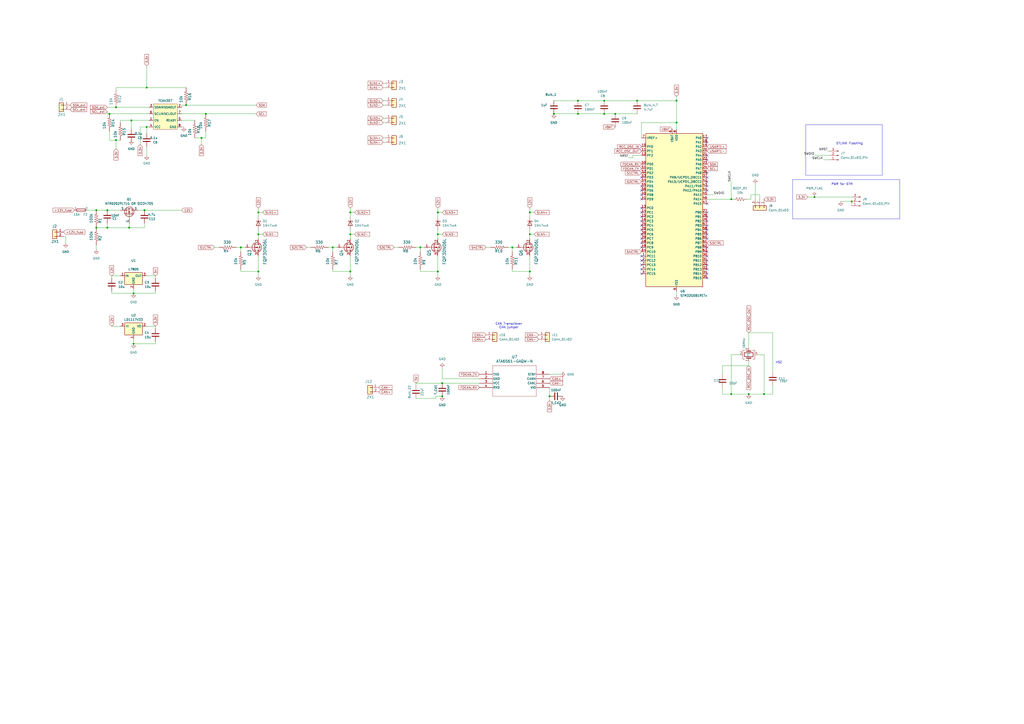
<source format=kicad_sch>
(kicad_sch (version 20250114) (generator "eeschema") (generator_version "9.0")
  (paper "A2")
  (text "HSE\n" (at 451.866 210.312 0) (effects (font (size 1.27 1.27))))
  (text "STLINK Flashing\n" (at 492.76 83.312 0) (effects (font (size 1.27 1.27))))
  (text "CAN Transciever\nCAN jumper\n" (at 295.148 188.976 0) (effects (font (size 1.27 1.27))))
  (text "PWR for STM" (at 488.442 106.934 0) (effects (font (size 1.27 1.27))))
  (text_box "" (at 459.74 104.14 0) (size 62.23 22.86) (margins 0.9525 0.9525 0.9525 0.9525) (effects (font (size 1.27 1.27)) (justify left top)))
  (text_box "" (at 467.36 72.39 0) (size 44.45 29.21) (margins 0.9525 0.9525 0.9525 0.9525) (effects (font (size 1.27 1.27)) (justify left top)))
  (junction (at 139.7 143.51))
  (junction (at 254 157.48))
  (junction (at 77.47 199.39))
  (junction (at 392.43 58.42))
  (junction (at 335.28 66.04))
  (junction (at 350.52 58.42))
  (junction (at 203.2 123.19))
  (junction (at 203.2 135.89))
  (junction (at 55.88 121.92))
  (junction (at 243.84 143.51))
  (junction (at 63.5 66.04))
  (junction (at 83.82 121.92))
  (junction (at 193.04 143.51))
  (junction (at 256.54 229.87))
  (junction (at 356.87 66.04))
  (junction (at 256.54 222.25))
  (junction (at 55.88 132.08))
  (junction (at 254 123.19))
  (junction (at 472.44 114.3))
  (junction (at 307.34 135.89))
  (junction (at 149.86 157.48))
  (junction (at 434.34 228.6))
  (junction (at 350.52 66.04))
  (junction (at 335.28 58.42))
  (junction (at 443.23 228.6))
  (junction (at 107.95 60.96))
  (junction (at 424.18 115.57))
  (junction (at 76.2 69.85))
  (junction (at 149.86 123.19))
  (junction (at 307.34 157.48))
  (junction (at 149.86 135.89))
  (junction (at 119.38 66.04))
  (junction (at 318.77 229.87))
  (junction (at 85.09 50.8))
  (junction (at 392.43 71.12))
  (junction (at 494.03 116.84))
  (junction (at 307.34 123.19))
  (junction (at 116.84 80.01))
  (junction (at 297.18 143.51))
  (junction (at 85.09 73.66))
  (junction (at 321.31 66.04))
  (junction (at 67.31 81.28))
  (junction (at 62.23 132.08))
  (junction (at 67.31 62.23))
  (junction (at 254 135.89))
  (junction (at 62.23 121.92))
  (junction (at 203.2 157.48))
  (junction (at 369.57 58.42))
  (junction (at 74.93 132.08))
  (junction (at 77.47 170.18))
  (junction (at 424.18 228.6))
  (no_connect (at 372.11 148.59))
  (no_connect (at 410.21 156.21))
  (no_connect (at 410.21 92.71))
  (no_connect (at 372.11 120.65))
  (no_connect (at 372.11 115.57))
  (no_connect (at 372.11 130.81))
  (no_connect (at 372.11 128.27))
  (no_connect (at 410.21 123.19))
  (no_connect (at 410.21 161.29))
  (no_connect (at 372.11 156.21))
  (no_connect (at 410.21 143.51))
  (no_connect (at 410.21 107.95))
  (no_connect (at 372.11 110.49))
  (no_connect (at 410.21 151.13))
  (no_connect (at 372.11 107.95))
  (no_connect (at 410.21 105.41))
  (no_connect (at 410.21 158.75))
  (no_connect (at 410.21 133.35))
  (no_connect (at 410.21 80.01))
  (no_connect (at 372.11 143.51))
  (no_connect (at 372.11 151.13))
  (no_connect (at 410.21 102.87))
  (no_connect (at 372.11 113.03))
  (no_connect (at 372.11 153.67))
  (no_connect (at 372.11 125.73))
  (no_connect (at 410.21 100.33))
  (no_connect (at 372.11 140.97))
  (no_connect (at 410.21 110.49))
  (no_connect (at 410.21 125.73))
  (no_connect (at 372.11 138.43))
  (no_connect (at 410.21 128.27))
  (no_connect (at 372.11 123.19))
  (no_connect (at 410.21 82.55))
  (no_connect (at 372.11 133.35))
  (no_connect (at 372.11 158.75))
  (no_connect (at 410.21 148.59))
  (no_connect (at 410.21 138.43))
  (no_connect (at 372.11 102.87))
  (no_connect (at 410.21 146.05))
  (no_connect (at 372.11 135.89))
  (no_connect (at 410.21 118.11))
  (no_connect (at 410.21 135.89))
  (no_connect (at 410.21 90.17))
  (no_connect (at 410.21 153.67))
  (no_connect (at 410.21 130.81))
  (wire (pts (xy 222.25 82.55) (xy 223.52 82.55)))
  (wire (pts (xy 307.34 157.48) (xy 307.34 160.02)))
  (wire (pts (xy 81.28 73.66) (xy 85.09 73.66)))
  (wire (pts (xy 392.43 55.88) (xy 392.43 58.42)))
  (wire (pts (xy 149.86 133.35) (xy 149.86 135.89)))
  (wire (pts (xy 392.43 58.42) (xy 369.57 58.42)))
  (wire (pts (xy 64.77 170.18) (xy 64.77 168.91)))
  (wire (pts (xy 203.2 123.19) (xy 205.74 123.19)))
  (wire (pts (xy 477.52 92.71) (xy 481.33 92.71)))
  (wire (pts (xy 149.86 135.89) (xy 149.86 138.43)))
  (wire (pts (xy 193.04 143.51) (xy 195.58 143.51)))
  (wire (pts (xy 203.2 123.19) (xy 203.2 125.73)))
  (wire (pts (xy 480.06 87.63) (xy 481.33 87.63)))
  (wire (pts (xy 62.23 121.92) (xy 69.85 121.92)))
  (wire (pts (xy 63.5 81.28) (xy 67.31 81.28)))
  (wire (pts (xy 90.17 189.23) (xy 90.17 190.5)))
  (wire (pts (xy 254 135.89) (xy 254 138.43)))
  (wire (pts (xy 372.11 71.12) (xy 392.43 71.12)))
  (wire (pts (xy 297.18 143.51) (xy 297.18 146.05)))
  (wire (pts (xy 105.41 66.04) (xy 119.38 66.04)))
  (wire (pts (xy 297.18 143.51) (xy 299.72 143.51)))
  (wire (pts (xy 472.44 114.3) (xy 494.03 114.3)))
  (wire (pts (xy 63.5 76.2) (xy 63.5 81.28)))
  (wire (pts (xy 64.77 160.02) (xy 69.85 160.02)))
  (wire (pts (xy 139.7 143.51) (xy 142.24 143.51)))
  (wire (pts (xy 222.25 68.58) (xy 223.52 68.58)))
  (wire (pts (xy 63.5 66.04) (xy 62.23 66.04)))
  (wire (pts (xy 203.2 133.35) (xy 203.2 135.89)))
  (wire (pts (xy 228.6 143.51) (xy 231.14 143.51)))
  (wire (pts (xy 36.83 137.16) (xy 38.1 137.16)))
  (wire (pts (xy 76.2 69.85) (xy 76.2 74.93)))
  (wire (pts (xy 424.18 115.57) (xy 425.45 115.57)))
  (wire (pts (xy 124.46 143.51) (xy 127 143.51)))
  (wire (pts (xy 281.94 143.51) (xy 284.48 143.51)))
  (wire (pts (xy 243.84 143.51) (xy 243.84 146.05)))
  (wire (pts (xy 419.1 212.09) (xy 419.1 217.17)))
  (wire (pts (xy 193.04 157.48) (xy 203.2 157.48)))
  (wire (pts (xy 443.23 228.6) (xy 443.23 205.74)))
  (wire (pts (xy 252.73 231.14) (xy 252.73 229.87)))
  (wire (pts (xy 137.16 143.51) (xy 139.7 143.51)))
  (wire (pts (xy 448.31 228.6) (xy 443.23 228.6)))
  (wire (pts (xy 85.09 50.8) (xy 85.09 38.1)))
  (wire (pts (xy 62.23 132.08) (xy 55.88 132.08)))
  (wire (pts (xy 254 123.19) (xy 256.54 123.19)))
  (wire (pts (xy 69.85 69.85) (xy 69.85 71.12)))
  (wire (pts (xy 364.49 91.44) (xy 367.03 91.44)))
  (wire (pts (xy 297.18 156.21) (xy 297.18 157.48)))
  (wire (pts (xy 254 157.48) (xy 254 148.59)))
  (wire (pts (xy 243.84 156.21) (xy 243.84 157.48)))
  (wire (pts (xy 222.25 80.01) (xy 223.52 80.01)))
  (wire (pts (xy 350.52 58.42) (xy 369.57 58.42)))
  (wire (pts (xy 85.09 50.8) (xy 107.95 50.8)))
  (wire (pts (xy 74.93 132.08) (xy 62.23 132.08)))
  (wire (pts (xy 119.38 66.04) (xy 148.59 66.04)))
  (wire (pts (xy 116.84 80.01) (xy 119.38 80.01)))
  (wire (pts (xy 81.28 73.66) (xy 81.28 83.82)))
  (wire (pts (xy 494.03 116.84) (xy 494.03 119.38)))
  (wire (pts (xy 392.43 71.12) (xy 392.43 74.93)))
  (wire (pts (xy 307.34 135.89) (xy 307.34 138.43)))
  (wire (pts (xy 424.18 228.6) (xy 434.34 228.6)))
  (wire (pts (xy 256.54 222.25) (xy 278.13 222.25)))
  (wire (pts (xy 297.18 157.48) (xy 307.34 157.48)))
  (wire (pts (xy 113.03 80.01) (xy 116.84 80.01)))
  (wire (pts (xy 367.03 90.17) (xy 372.11 90.17)))
  (wire (pts (xy 254 135.89) (xy 256.54 135.89)))
  (wire (pts (xy 86.36 69.85) (xy 76.2 69.85)))
  (wire (pts (xy 203.2 157.48) (xy 203.2 160.02)))
  (wire (pts (xy 424.18 205.74) (xy 429.26 205.74)))
  (wire (pts (xy 443.23 205.74) (xy 439.42 205.74)))
  (wire (pts (xy 419.1 212.09) (xy 434.34 212.09)))
  (wire (pts (xy 83.82 121.92) (xy 105.41 121.92)))
  (wire (pts (xy 83.82 129.54) (xy 83.82 132.08)))
  (wire (pts (xy 254 123.19) (xy 254 125.73)))
  (wire (pts (xy 222.25 58.42) (xy 223.52 58.42)))
  (wire (pts (xy 193.04 156.21) (xy 193.04 157.48)))
  (wire (pts (xy 67.31 62.23) (xy 62.23 62.23)))
  (wire (pts (xy 85.09 160.02) (xy 90.17 160.02)))
  (wire (pts (xy 448.31 223.52) (xy 448.31 228.6)))
  (wire (pts (xy 90.17 160.02) (xy 90.17 161.29)))
  (wire (pts (xy 74.93 129.54) (xy 74.93 132.08)))
  (wire (pts (xy 278.13 219.71) (xy 256.54 219.71)))
  (wire (pts (xy 372.11 71.12) (xy 372.11 80.01)))
  (wire (pts (xy 50.8 121.92) (xy 55.88 121.92)))
  (wire (pts (xy 424.18 205.74) (xy 424.18 228.6)))
  (wire (pts (xy 38.1 137.16) (xy 38.1 140.97)))
  (wire (pts (xy 241.3 143.51) (xy 243.84 143.51)))
  (wire (pts (xy 149.86 123.19) (xy 152.4 123.19)))
  (wire (pts (xy 424.18 105.41) (xy 424.18 115.57)))
  (wire (pts (xy 105.41 60.96) (xy 107.95 60.96)))
  (wire (pts (xy 149.86 120.65) (xy 149.86 123.19)))
  (wire (pts (xy 433.07 115.57) (xy 435.61 115.57)))
  (wire (pts (xy 62.23 129.54) (xy 62.23 132.08)))
  (wire (pts (xy 318.77 229.87) (xy 318.77 224.79)))
  (wire (pts (xy 203.2 135.89) (xy 203.2 138.43)))
  (wire (pts (xy 63.5 66.04) (xy 86.36 66.04)))
  (wire (pts (xy 419.1 224.79) (xy 419.1 228.6)))
  (wire (pts (xy 85.09 73.66) (xy 86.36 73.66)))
  (wire (pts (xy 77.47 167.64) (xy 77.47 170.18)))
  (wire (pts (xy 149.86 135.89) (xy 152.4 135.89)))
  (wire (pts (xy 307.34 133.35) (xy 307.34 135.89)))
  (wire (pts (xy 256.54 213.36) (xy 256.54 219.71)))
  (wire (pts (xy 139.7 143.51) (xy 139.7 146.05)))
  (wire (pts (xy 434.34 193.04) (xy 434.34 201.93)))
  (wire (pts (xy 252.73 229.87) (xy 256.54 229.87)))
  (wire (pts (xy 105.41 69.85) (xy 113.03 69.85)))
  (wire (pts (xy 254 120.65) (xy 254 123.19)))
  (wire (pts (xy 67.31 62.23) (xy 86.36 62.23)))
  (wire (pts (xy 222.25 50.8) (xy 223.52 50.8)))
  (wire (pts (xy 243.84 143.51) (xy 246.38 143.51)))
  (wire (pts (xy 367.03 91.44) (xy 367.03 90.17)))
  (wire (pts (xy 321.31 58.42) (xy 335.28 58.42)))
  (wire (pts (xy 105.41 60.96) (xy 105.41 62.23)))
  (wire (pts (xy 76.2 82.55) (xy 76.2 81.28)))
  (wire (pts (xy 105.41 73.66) (xy 106.68 73.66)))
  (wire (pts (xy 203.2 120.65) (xy 203.2 123.19)))
  (wire (pts (xy 107.95 60.96) (xy 148.59 60.96)))
  (wire (pts (xy 318.77 232.41) (xy 318.77 229.87)))
  (wire (pts (xy 294.64 143.51) (xy 297.18 143.51)))
  (wire (pts (xy 149.86 157.48) (xy 149.86 148.59)))
  (wire (pts (xy 55.88 121.92) (xy 62.23 121.92)))
  (wire (pts (xy 307.34 123.19) (xy 307.34 125.73)))
  (wire (pts (xy 254 157.48) (xy 254 160.02)))
  (wire (pts (xy 90.17 170.18) (xy 90.17 168.91)))
  (wire (pts (xy 307.34 157.48) (xy 307.34 148.59)))
  (wire (pts (xy 67.31 50.8) (xy 67.31 52.07)))
  (wire (pts (xy 222.25 60.96) (xy 223.52 60.96)))
  (wire (pts (xy 448.31 193.04) (xy 448.31 215.9)))
  (wire (pts (xy 307.34 120.65) (xy 307.34 123.19)))
  (wire (pts (xy 410.21 115.57) (xy 424.18 115.57)))
  (wire (pts (xy 77.47 199.39) (xy 90.17 199.39)))
  (wire (pts (xy 468.63 114.3) (xy 472.44 114.3)))
  (wire (pts (xy 64.77 161.29) (xy 64.77 160.02)))
  (wire (pts (xy 116.84 80.01) (xy 116.84 83.82)))
  (wire (pts (xy 222.25 71.12) (xy 223.52 71.12)))
  (wire (pts (xy 243.84 157.48) (xy 254 157.48)))
  (wire (pts (xy 356.87 66.04) (xy 369.57 66.04)))
  (wire (pts (xy 85.09 90.17) (xy 85.09 85.09)))
  (wire (pts (xy 90.17 199.39) (xy 90.17 198.12)))
  (wire (pts (xy 119.38 80.01) (xy 119.38 76.2)))
  (wire (pts (xy 83.82 132.08) (xy 74.93 132.08)))
  (wire (pts (xy 307.34 123.19) (xy 309.88 123.19)))
  (wire (pts (xy 222.25 48.26) (xy 223.52 48.26)))
  (wire (pts (xy 435.61 115.57) (xy 435.61 113.03)))
  (wire (pts (xy 321.31 66.04) (xy 335.28 66.04)))
  (wire (pts (xy 76.2 69.85) (xy 69.85 69.85)))
  (wire (pts (xy 203.2 157.48) (xy 203.2 148.59)))
  (wire (pts (xy 307.34 135.89) (xy 309.88 135.89)))
  (wire (pts (xy 410.21 113.03) (xy 414.02 113.03)))
  (wire (pts (xy 85.09 77.47) (xy 85.09 73.66)))
  (wire (pts (xy 241.3 222.25) (xy 241.3 223.52)))
  (wire (pts (xy 241.3 231.14) (xy 252.73 231.14)))
  (wire (pts (xy 64.77 170.18) (xy 77.47 170.18)))
  (wire (pts (xy 335.28 66.04) (xy 350.52 66.04)))
  (wire (pts (xy 335.28 58.42) (xy 350.52 58.42)))
  (wire (pts (xy 67.31 81.28) (xy 69.85 81.28)))
  (wire (pts (xy 177.8 143.51) (xy 180.34 143.51)))
  (wire (pts (xy 139.7 157.48) (xy 149.86 157.48)))
  (wire (pts (xy 67.31 50.8) (xy 85.09 50.8)))
  (wire (pts (xy 85.09 189.23) (xy 90.17 189.23)))
  (wire (pts (xy 77.47 196.85) (xy 77.47 199.39)))
  (wire (pts (xy 241.3 222.25) (xy 256.54 222.25)))
  (wire (pts (xy 434.34 212.09) (xy 434.34 209.55)))
  (wire (pts (xy 64.77 189.23) (xy 69.85 189.23)))
  (wire (pts (xy 318.77 217.17) (xy 325.12 217.17)))
  (wire (pts (xy 472.44 90.17) (xy 481.33 90.17)))
  (wire (pts (xy 190.5 143.51) (xy 193.04 143.51)))
  (wire (pts (xy 55.88 142.24) (xy 55.88 144.78)))
  (wire (pts (xy 440.69 113.03) (xy 440.69 115.57)))
  (wire (pts (xy 419.1 228.6) (xy 424.18 228.6)))
  (wire (pts (xy 139.7 156.21) (xy 139.7 157.48)))
  (wire (pts (xy 438.15 106.68) (xy 438.15 115.57)))
  (wire (pts (xy 434.34 228.6) (xy 443.23 228.6)))
  (wire (pts (xy 149.86 123.19) (xy 149.86 125.73)))
  (wire (pts (xy 149.86 157.48) (xy 149.86 160.02)))
  (wire (pts (xy 193.04 143.51) (xy 193.04 146.05)))
  (wire (pts (xy 67.31 81.28) (xy 67.31 86.36)))
  (wire (pts (xy 494.03 116.84) (xy 487.68 116.84)))
  (wire (pts (xy 434.34 193.04) (xy 448.31 193.04)))
  (wire (pts (xy 435.61 113.03) (xy 440.69 113.03)))
  (wire (pts (xy 80.01 121.92) (xy 83.82 121.92)))
  (wire (pts (xy 392.43 168.91) (xy 392.43 171.45)))
  (wire (pts (xy 203.2 135.89) (xy 205.74 135.89)))
  (wire (pts (xy 77.47 170.18) (xy 90.17 170.18)))
  (wire (pts (xy 62.23 66.04) (xy 62.23 64.77)))
  (wire (pts (xy 392.43 58.42) (xy 392.43 71.12)))
  (wire (pts (xy 254 133.35) (xy 254 135.89)))
  (wire (pts (xy 350.52 66.04) (xy 356.87 66.04)))
  (label "SWCLK" (at 477.52 92.71 180))
  (label "SWDIO" (at 414.02 113.03 0))
  (label "SWDIO" (at 472.44 90.17 180))
  (label "NRST" (at 364.49 91.44 180))
  (label "SWCLK" (at 424.18 105.41 90))
  (label "NRST" (at 480.06 87.63 180))
  (global_label "3.3V" (shape input) (at 443.23 115.57 0) (property "Intersheetrefs" "${INTERSHEET_REFS}" (effects (hide yes))))
  (global_label "CAN+" (shape input) (at 281.94 194.31 180) (property "Intersheetrefs" "${INTERSHEET_REFS}" (effects (hide yes))))
  (global_label "SLN4+" (shape input) (at 222.25 80.01 180) (property "Intersheetrefs" "${INTERSHEET_REFS}" (effects (hide yes))))
  (global_label "S3CTRL" (shape input) (at 228.6 143.51 180) (property "Intersheetrefs" "${INTERSHEET_REFS}" (effects (hide yes))))
  (global_label "12V" (shape input) (at 149.86 120.65 90) (property "Intersheetrefs" "${INTERSHEET_REFS}" (effects (hide yes))))
  (global_label "S2CTRL" (shape input) (at 177.8 143.51 180) (property "Intersheetrefs" "${INTERSHEET_REFS}" (effects (hide yes))))
  (global_label "SDA_ext" (shape input) (at 62.23 62.23 180) (property "Intersheetrefs" "${INTERSHEET_REFS}" (effects (hide yes))))
  (global_label "VBAT" (shape input) (at 389.89 74.93 180) (property "Intersheetrefs" "${INTERSHEET_REFS}" (effects (hide yes))))
  (global_label "SLN1-" (shape input) (at 222.25 50.8 180) (property "Intersheetrefs" "${INTERSHEET_REFS}" (effects (hide yes))))
  (global_label "12V" (shape input) (at 64.77 189.23 90) (property "Intersheetrefs" "${INTERSHEET_REFS}" (effects (hide yes))))
  (global_label "USART1-" (shape input) (at 410.21 87.63 0) (property "Intersheetrefs" "${INTERSHEET_REFS}" (effects (hide yes))))
  (global_label "12V" (shape input) (at 307.34 120.65 90) (property "Intersheetrefs" "${INTERSHEET_REFS}" (effects (hide yes))))
  (global_label "12V" (shape input) (at 105.41 121.92 0) (property "Intersheetrefs" "${INTERSHEET_REFS}" (effects (hide yes))))
  (global_label "CAN-" (shape input) (at 312.42 196.85 180) (property "Intersheetrefs" "${INTERSHEET_REFS}" (effects (hide yes))))
  (global_label "S4CTRL" (shape input) (at 281.94 143.51 180) (property "Intersheetrefs" "${INTERSHEET_REFS}" (effects (hide yes))))
  (global_label "5V" (shape input) (at 241.3 222.25 90) (property "Intersheetrefs" "${INTERSHEET_REFS}" (effects (hide yes))))
  (global_label "RCC_OSC_OUT" (shape input) (at 372.11 87.63 180) (property "Intersheetrefs" "${INTERSHEET_REFS}" (effects (hide yes))))
  (global_label "SDA" (shape input) (at 148.59 60.96 0) (property "Intersheetrefs" "${INTERSHEET_REFS}" (effects (hide yes))))
  (global_label "SCL" (shape input) (at 148.59 66.04 0) (property "Intersheetrefs" "${INTERSHEET_REFS}" (effects (hide yes))))
  (global_label "SCL" (shape input) (at 410.21 97.79 0) (property "Intersheetrefs" "${INTERSHEET_REFS}" (effects (hide yes))))
  (global_label "SLN1+" (shape input) (at 222.25 48.26 180) (property "Intersheetrefs" "${INTERSHEET_REFS}" (effects (hide yes))))
  (global_label "CAN-" (shape input) (at 219.71 224.79 0) (property "Intersheetrefs" "${INTERSHEET_REFS}" (effects (hide yes))))
  (global_label "12V" (shape input) (at 254 120.65 90) (property "Intersheetrefs" "${INTERSHEET_REFS}" (effects (hide yes))))
  (global_label "SLN2-" (shape input) (at 205.74 135.89 0) (property "Intersheetrefs" "${INTERSHEET_REFS}" (effects (hide yes))))
  (global_label "3.3V" (shape input) (at 90.17 189.23 90) (property "Intersheetrefs" "${INTERSHEET_REFS}" (effects (hide yes))))
  (global_label "SLN4-" (shape input) (at 222.25 82.55 180) (property "Intersheetrefs" "${INTERSHEET_REFS}" (effects (hide yes))))
  (global_label "SLN3+" (shape input) (at 256.54 123.19 0) (property "Intersheetrefs" "${INTERSHEET_REFS}" (effects (hide yes))))
  (global_label "3.3V" (shape input) (at 67.31 86.36 270) (property "Intersheetrefs" "${INTERSHEET_REFS}" (effects (hide yes))))
  (global_label "VBAT" (shape input) (at 356.87 73.66 180) (property "Intersheetrefs" "${INTERSHEET_REFS}" (effects (hide yes))))
  (global_label "SLN3+" (shape input) (at 222.25 68.58 180) (property "Intersheetrefs" "${INTERSHEET_REFS}" (effects (hide yes))))
  (global_label "RCC_OSC_OUT" (shape input) (at 434.34 193.04 90) (property "Intersheetrefs" "${INTERSHEET_REFS}" (effects (hide yes))))
  (global_label "+12V_fuse" (shape input) (at 36.83 134.62 0) (property "Intersheetrefs" "${INTERSHEET_REFS}" (effects (hide yes))))
  (global_label "3.3V" (shape input) (at 468.63 114.3 180) (property "Intersheetrefs" "${INTERSHEET_REFS}" (effects (hide yes))))
  (global_label "FDCAN_RX" (shape input) (at 372.11 95.25 180) (property "Intersheetrefs" "${INTERSHEET_REFS}" (effects (hide yes))))
  (global_label "12V" (shape input) (at 203.2 120.65 90) (property "Intersheetrefs" "${INTERSHEET_REFS}" (effects (hide yes))))
  (global_label "RCC_OSC_IN" (shape input) (at 434.34 212.09 270) (property "Intersheetrefs" "${INTERSHEET_REFS}" (effects (hide yes))))
  (global_label "RCC_OSC_IN" (shape input) (at 372.11 85.09 180) (property "Intersheetrefs" "${INTERSHEET_REFS}" (effects (hide yes))))
  (global_label "FDCAN_TX" (shape input) (at 278.13 217.17 180) (property "Intersheetrefs" "${INTERSHEET_REFS}" (effects (hide yes))))
  (global_label "S4CTRL" (shape input) (at 372.11 146.05 180) (property "Intersheetrefs" "${INTERSHEET_REFS}" (effects (hide yes))))
  (global_label "SLN2+" (shape input) (at 222.25 58.42 180) (property "Intersheetrefs" "${INTERSHEET_REFS}" (effects (hide yes))))
  (global_label "FDCAN_TX" (shape input) (at 372.11 97.79 180) (property "Intersheetrefs" "${INTERSHEET_REFS}" (effects (hide yes))))
  (global_label "SDA_ext" (shape input) (at 40.64 60.96 0) (property "Intersheetrefs" "${INTERSHEET_REFS}" (effects (hide yes))))
  (global_label "S1CTRL" (shape input) (at 372.11 100.33 180) (property "Intersheetrefs" "${INTERSHEET_REFS}" (effects (hide yes))))
  (global_label "SLN3-" (shape input) (at 256.54 135.89 0) (property "Intersheetrefs" "${INTERSHEET_REFS}" (effects (hide yes))))
  (global_label "SLN1-" (shape input) (at 152.4 135.89 0) (property "Intersheetrefs" "${INTERSHEET_REFS}" (effects (hide yes))))
  (global_label "12V" (shape input) (at 64.77 160.02 90) (property "Intersheetrefs" "${INTERSHEET_REFS}" (effects (hide yes))))
  (global_label "USART1+" (shape input) (at 410.21 85.09 0) (property "Intersheetrefs" "${INTERSHEET_REFS}" (effects (hide yes))))
  (global_label "SCL_ext" (shape input) (at 40.64 63.5 0) (property "Intersheetrefs" "${INTERSHEET_REFS}" (effects (hide yes))))
  (global_label "FDCAN_RX" (shape input) (at 278.13 224.79 180) (property "Intersheetrefs" "${INTERSHEET_REFS}" (effects (hide yes))))
  (global_label "CAN+" (shape input) (at 281.94 196.85 180) (property "Intersheetrefs" "${INTERSHEET_REFS}" (effects (hide yes))))
  (global_label "SLN3-" (shape input) (at 222.25 71.12 180) (property "Intersheetrefs" "${INTERSHEET_REFS}" (effects (hide yes))))
  (global_label "SLN2+" (shape input) (at 205.74 123.19 0) (property "Intersheetrefs" "${INTERSHEET_REFS}" (effects (hide yes))))
  (global_label "3.3V" (shape input) (at 392.43 55.88 90) (property "Intersheetrefs" "${INTERSHEET_REFS}" (effects (hide yes))))
  (global_label "CAN-" (shape input) (at 318.77 222.25 0) (property "Intersheetrefs" "${INTERSHEET_REFS}" (effects (hide yes))))
  (global_label "3.3V" (shape input) (at 116.84 83.82 270) (property "Intersheetrefs" "${INTERSHEET_REFS}" (effects (hide yes))))
  (global_label "3.3V" (shape input) (at 85.09 38.1 90) (property "Intersheetrefs" "${INTERSHEET_REFS}" (effects (hide yes))))
  (global_label "CAN-" (shape input) (at 312.42 194.31 180) (property "Intersheetrefs" "${INTERSHEET_REFS}" (effects (hide yes))))
  (global_label "S1CTRL" (shape input) (at 124.46 143.51 180) (property "Intersheetrefs" "${INTERSHEET_REFS}" (effects (hide yes))))
  (global_label "3.3V" (shape input) (at 81.28 83.82 270) (property "Intersheetrefs" "${INTERSHEET_REFS}" (effects (hide yes))))
  (global_label "5V" (shape input) (at 90.17 160.02 90) (property "Intersheetrefs" "${INTERSHEET_REFS}" (effects (hide yes))))
  (global_label "CAN+" (shape input) (at 318.77 219.71 0) (property "Intersheetrefs" "${INTERSHEET_REFS}" (effects (hide yes))))
  (global_label "SLN4+" (shape input) (at 309.88 123.19 0) (property "Intersheetrefs" "${INTERSHEET_REFS}" (effects (hide yes))))
  (global_label "S3CTRL" (shape input) (at 410.21 140.97 0) (property "Intersheetrefs" "${INTERSHEET_REFS}" (effects (hide yes))))
  (global_label "SCL_ext" (shape input) (at 62.23 64.77 180) (property "Intersheetrefs" "${INTERSHEET_REFS}" (effects (hide yes))))
  (global_label "SLN1+" (shape input) (at 152.4 123.19 0) (property "Intersheetrefs" "${INTERSHEET_REFS}" (effects (hide yes))))
  (global_label "CAN+" (shape input) (at 219.71 227.33 0) (property "Intersheetrefs" "${INTERSHEET_REFS}" (effects (hide yes))))
  (global_label "+12V_fuse" (shape input) (at 43.18 121.92 180) (property "Intersheetrefs" "${INTERSHEET_REFS}" (effects (hide yes))))
  (global_label "S2CTRL" (shape input) (at 372.11 105.41 180) (property "Intersheetrefs" "${INTERSHEET_REFS}" (effects (hide yes))))
  (global_label "3.3V" (shape input) (at 318.77 232.41 270) (property "Intersheetrefs" "${INTERSHEET_REFS}" (effects (hide yes))))
  (global_label "SLN4-" (shape input) (at 309.88 135.89 0) (property "Intersheetrefs" "${INTERSHEET_REFS}" (effects (hide yes))))
  (global_label "SLN2-" (shape input) (at 222.25 60.96 180) (property "Intersheetrefs" "${INTERSHEET_REFS}" (effects (hide yes))))
  (global_label "SDA" (shape input) (at 410.21 95.25 0) (property "Intersheetrefs" "${INTERSHEET_REFS}" (effects (hide yes))))
  (symbol (lib_id "Device:C") (at 90.17 194.31 0) (unit 1)
    (property "Reference" "C4" (at 83.82 193.04 0) (effects (justify left)))
    (property "Value" "10u" (at 83.82 195.58 0) (effects (justify left)))
    (property "Footprint" "Capacitor_THT:CP_Radial_D5.0mm_P2.00mm" (effects (hide yes)))
  )
  (symbol (lib_id "Transistor_FET:IRLZ34N") (at 251.46 143.51 0) (unit 1)
    (property "Reference" "Q5" (at 248.92 148.59 90) (effects (font (size 1.778 1.778)) (justify left)))
    (property "Value" "FQP30N06L" (at 257.81 153.67 90) (effects (font (size 1.778 1.778)) (justify left)))
    (property "Footprint" "Package_TO_SOT_THT:TO-220-3_Vertical" (effects (hide yes)))
    (property "Datasheet" "http://www.infineon.com/dgdl/irlz34npbf.pdf?fileId=5546d462533600a40153567206892720" (effects (hide yes)))
  )
  (symbol (lib_id "Device:C") (at 62.23 125.73 180) (unit 1)
    (property "Reference" "C1" (at 67.818 126.746 0) (effects (justify left)))
    (property "Value" "10nF" (at 69.342 124.968 0) (effects (justify left)))
    (property "Footprint" "Capacitor_SMD:C_0402_1005Metric" (effects (hide yes)))
  )
  (symbol (lib_id "Connector_Generic:Conn_01x02") (at 287.02 194.31 0) (unit 1)
    (property "Reference" "J10" (at 289.56 194.3099 0) (effects (justify left)))
    (property "Value" "Conn_01x02" (at 289.56 196.8499 0) (effects (justify left)))
    (property "Footprint" "Connector_PinHeader_2.54mm:PinHeader_1x02_P2.54mm_Vertical" (effects (hide yes)))
    (property "Description" "Generic connector, single row, 01x02, script generated (kicad-library-utils/schlib/autogen/connector/)" (effects (hide yes)))
  )
  (symbol (lib_id "PowerboardRev5-eagle-import:R-US_R0805") (at 297.18 151.13 270) (mirror x) (unit 1)
    (property "Reference" "R11" (at 298.45 153.67 0) (effects (font (size 1.4986 1.4986)) (justify left bottom)))
    (property "Value" "10k" (at 293.37 153.67 0) (effects (font (size 1.4986 1.4986)) (justify left bottom)))
    (property "Footprint" "Resistor_SMD:R_0805_2012Metric_Pad1.20x1.40mm_HandSolder" (effects (hide yes)))
  )
  (symbol (lib_id "power:GND") (at 256.54 213.36 180) (unit 1)
    (property "Reference" "#PWR050" (effects (hide yes)))
    (property "Value" "GND" (at 256.54 208.28 0))
  )
  (symbol (lib_id "Transistor_FET:IRLZ34N") (at 200.66 143.51 0) (unit 1)
    (property "Reference" "Q4" (at 198.12 148.59 90) (effects (font (size 1.778 1.778)) (justify left)))
    (property "Value" "FQP30N06L" (at 207.01 153.67 90) (effects (font (size 1.778 1.778)) (justify left)))
    (property "Footprint" "Package_TO_SOT_THT:TO-220-3_Vertical" (effects (hide yes)))
    (property "Datasheet" "http://www.infineon.com/dgdl/irlz34npbf.pdf?fileId=5546d462533600a40153567206892720" (effects (hide yes)))
  )
  (symbol (lib_id "power:GND") (at 256.54 229.87 0) (unit 1)
    (property "Reference" "#PWR049" (effects (hide yes)))
    (property "Value" "GND" (at 256.54 234.95 0))
  )
  (symbol (lib_id "PowerboardRev5-eagle-import:R-US_R0805") (at 55.88 137.16 270) (mirror x) (unit 1)
    (property "Reference" "R2" (at 57.15 139.7 0) (effects (font (size 1.4986 1.4986)) (justify left bottom)))
    (property "Value" "150k" (at 52.07 139.7 0) (effects (font (size 1.4986 1.4986)) (justify left bottom)))
    (property "Footprint" "Resistor_SMD:R_0402_1005Metric" (effects (hide yes)))
  )
  (symbol (lib_id "Connector_Generic:Conn_01x03") (at 440.69 120.65 270) (unit 1)
    (property "Reference" "J8" (at 445.77 119.3799 90) (effects (justify left)))
    (property "Value" "Conn_01x03" (at 445.77 121.9199 90) (effects (justify left)))
    (property "Footprint" "custom_components:slide_switch_EGER1218_Thruster" (effects (hide yes)))
    (property "Description" "Generic connector, single row, 01x03, script generated (kicad-library-utils/schlib/autogen/connector/)" (effects (hide yes)))
  )
  (symbol (lib_id "power:GND") (at 321.31 66.04 0) (unit 1)
    (property "Reference" "#PWR052" (effects (hide yes)))
    (property "Value" "GND" (at 321.31 71.12 0))
  )
  (symbol (lib_id "Connector_Generic:Conn_01x02") (at 228.6 68.58 0) (unit 1)
    (property "Reference" "J5" (at 231.14 68.58 0) (effects (font (size 1.4986 1.4986)) (justify left bottom)))
    (property "Value" "2X1" (at 231.14 72.39 0) (effects (font (size 1.4986 1.4986)) (justify left bottom)))
    (property "Footprint" "Connector_JST:JST_PH_B2B-PH-K_1x02_P2.00mm_Vertical" (effects (hide yes)))
  )
  (symbol (lib_id "power:GND") (at 326.39 229.87 0) (unit 1)
    (property "Reference" "#PWR048" (effects (hide yes)))
    (property "Value" "GND" (at 326.39 234.95 0))
  )
  (symbol (lib_id "Device:R_US") (at 429.26 115.57 90) (unit 1)
    (property "Reference" "BOOT_R1" (at 429.26 109.22 90))
    (property "Value" "10k" (at 429.26 111.76 90))
    (property "Footprint" "Resistor_SMD:R_0805_2012Metric_Pad1.20x1.40mm_HandSolder" (effects (hide yes)))
    (property "Description" "Resistor, US symbol" (effects (hide yes)))
  )
  (symbol (lib_id "Device:C") (at 350.52 62.23 0) (mirror y) (unit 1)
    (property "Reference" "C8" (at 351.028 55.626 0) (effects (justify left)))
    (property "Value" "100nF" (at 352.552 53.086 0) (effects (justify left)))
    (property "Footprint" "Capacitor_SMD:C_0805_2012Metric_Pad1.18x1.45mm_HandSolder" (effects (hide yes)))
    (property "Description" "Unpolarized capacitor" (effects (hide yes)))
  )
  (symbol (lib_id "Device:C") (at 322.58 229.87 90) (unit 1)
    (property "Reference" "T_Cd2" (at 322.58 233.68 90))
    (property "Value" "100nF" (at 322.58 226.314 90))
    (property "Footprint" "Capacitor_SMD:C_0805_2012Metric_Pad1.18x1.45mm_HandSolder" (effects (hide yes)))
    (property "Description" "Unpolarized capacitor" (effects (hide yes)))
  )
  (symbol (lib_id "Device:C") (at 83.82 125.73 180) (unit 1)
    (property "Reference" "C12" (at 90.17 127 0) (effects (justify left)))
    (property "Value" "4.7u" (at 90.17 124.46 0) (effects (justify left)))
    (property "Footprint" "Capacitor_SMD:C_0402_1005Metric" (effects (hide yes)))
  )
  (symbol (lib_id "PowerboardRev5-eagle-import:R-US_R0805") (at 132.08 143.51 0) (mirror x) (unit 1)
    (property "Reference" "R4" (at 129.54 144.78 0) (effects (font (size 1.4986 1.4986)) (justify left bottom)))
    (property "Value" "330" (at 129.54 139.7 0) (effects (font (size 1.4986 1.4986)) (justify left bottom)))
    (property "Footprint" "Resistor_SMD:R_0805_2012Metric_Pad1.20x1.40mm_HandSolder" (effects (hide yes)))
  )
  (symbol (lib_id "Connector_Generic:Conn_01x02") (at 228.6 80.01 0) (unit 1)
    (property "Reference" "J6" (at 231.14 80.01 0) (effects (font (size 1.4986 1.4986)) (justify left bottom)))
    (property "Value" "2X1" (at 231.14 83.82 0) (effects (font (size 1.4986 1.4986)) (justify left bottom)))
    (property "Footprint" "Connector_JST:JST_PH_B2B-PH-K_1x02_P2.00mm_Vertical" (effects (hide yes)))
  )
  (symbol (lib_id "Device:C") (at 241.3 227.33 0) (unit 1)
    (property "Reference" "Bulk_22" (at 237.49 227.33 90))
    (property "Value" "22uF" (at 244.856 227.33 90))
    (property "Footprint" "Capacitor_SMD:C_0805_2012Metric_Pad1.18x1.45mm_HandSolder" (effects (hide yes)))
    (property "Description" "Unpolarized capacitor" (effects (hide yes)))
  )
  (symbol (lib_id "PowerboardRev5-eagle-import:R-US_R0805") (at 63.5 71.12 270) (mirror x) (unit 1)
    (property "Reference" "R14" (at 64.77 73.66 0) (effects (font (size 1.4986 1.4986)) (justify left bottom)))
    (property "Value" "10k" (at 59.69 74.93 0) (effects (font (size 1.4986 1.4986)) (justify left bottom)))
    (property "Footprint" "Capacitor_SMD:C_0201_0603Metric" (effects (hide yes)))
  )
  (symbol (lib_id "Regulator_Linear:LD1117S33TR_SOT223") (at 77.47 189.23 0) (unit 1)
    (property "Reference" "U2" (at 77.47 182.88 0))
    (property "Value" "LD1117V33" (at 77.47 185.42 0))
    (property "Footprint" "Package_TO_SOT_THT:TO-220-3_Vertical" (effects (hide yes)))
    (property "Datasheet" "http://www.st.com/st-web-ui/static/active/en/resource/technical/document/datasheet/CD00000544.pdf" (effects (hide yes)))
  )
  (symbol (lib_id "power:GND") (at 106.68 73.66 0) (unit 1)
    (property "Reference" "#PWR034" (effects (hide yes)))
    (property "Value" "GND" (at 106.68 78.74 0))
  )
  (symbol (lib_id "PowerboardRev5-eagle-import:R-US_R0805") (at 107.95 55.88 270) (mirror x) (unit 1)
    (property "Reference" "R16" (at 109.22 58.42 0) (effects (font (size 1.4986 1.4986)) (justify left bottom)))
    (property "Value" "10k" (at 104.14 59.69 0) (effects (font (size 1.4986 1.4986)) (justify left bottom)))
    (property "Footprint" "Capacitor_SMD:C_0201_0603Metric" (effects (hide yes)))
  )
  (symbol (lib_id "power:GND") (at 487.68 116.84 0) (unit 1)
    (property "Reference" "#PWR053" (effects (hide yes)))
    (property "Value" "GND" (at 487.68 121.92 0))
  )
  (symbol (lib_id "Device:C") (at 256.54 226.06 0) (unit 1)
    (property "Reference" "T_Cd1" (at 252.73 226.06 90))
    (property "Value" "100nF" (at 260.096 226.06 90))
    (property "Footprint" "Capacitor_SMD:C_0805_2012Metric_Pad1.18x1.45mm_HandSolder" (effects (hide yes)))
    (property "Description" "Unpolarized capacitor" (effects (hide yes)))
  )
  (symbol (lib_id "power:GND") (at 77.47 170.18 0) (unit 1)
    (property "Reference" "#PWR012" (effects (hide yes)))
    (property "Value" "GND" (at 77.47 175.26 0))
  )
  (symbol (lib_id "PowerboardRev5-eagle-import:R-US_R0805") (at 113.03 74.93 270) (mirror x) (unit 1)
    (property "Reference" "R18" (at 114.3 77.47 0) (effects (font (size 1.4986 1.4986)) (justify left bottom)))
    (property "Value" "10k" (at 109.22 78.74 0) (effects (font (size 1.4986 1.4986)) (justify left bottom)))
    (property "Footprint" "Capacitor_SMD:C_0201_0603Metric" (effects (hide yes)))
  )
  (symbol (lib_id "PowerboardRev5-eagle-import:R-US_R0805") (at 69.85 76.2 270) (mirror x) (unit 1)
    (property "Reference" "R15" (at 71.12 78.74 0) (effects (font (size 1.4986 1.4986)) (justify left bottom)))
    (property "Value" "10k" (at 66.04 80.01 0) (effects (font (size 1.4986 1.4986)) (justify left bottom)))
    (property "Footprint" "Capacitor_SMD:C_0201_0603Metric" (effects (hide yes)))
  )
  (symbol (lib_id "Diode:1N47xxA") (at 203.2 129.54 270) (unit 1)
    (property "Reference" "D2" (at 205.74 128.27 90) (effects (justify left)))
    (property "Value" "1N47xxA" (at 205.74 130.81 90) (effects (justify left)))
    (property "Footprint" "Diode_THT:D_DO-41_SOD81_P10.16mm_Horizontal" (effects (hide yes)))
    (property "Datasheet" "https://www.vishay.com/docs/85816/1n4728a.pdf" (effects (hide yes)))
  )
  (symbol (lib_id "power:GND") (at 254 160.02 0) (unit 1)
    (property "Reference" "#PWR020" (effects (hide yes)))
    (property "Value" "GND" (at 254 165.1 0))
  )
  (symbol (lib_id "power:GND") (at 203.2 160.02 0) (unit 1)
    (property "Reference" "#PWR019" (effects (hide yes)))
    (property "Value" "GND" (at 203.2 165.1 0))
  )
  (symbol (lib_id "Connector_Generic:Conn_01x02") (at 31.75 134.62 0) (mirror y) (unit 1)
    (property "Reference" "J2" (at 33.02 132.08 0) (effects (font (size 1.4986 1.4986)) (justify left bottom)))
    (property "Value" "2X1" (at 34.29 140.97 0) (effects (font (size 1.4986 1.4986)) (justify left bottom)))
    (property "Footprint" "Connector_JST:JST_PH_B2B-PH-K_1x02_P2.00mm_Vertical" (effects (hide yes)))
  )
  (symbol (lib_id "PowerboardRev5-eagle-import:R-US_R0805") (at 119.38 71.12 270) (mirror x) (unit 1)
    (property "Reference" "R17" (at 120.65 73.66 0) (effects (font (size 1.4986 1.4986)) (justify left bottom)))
    (property "Value" "10k" (at 115.57 74.93 0) (effects (font (size 1.4986 1.4986)) (justify left bottom)))
    (property "Footprint" "Capacitor_SMD:C_0201_0603Metric" (effects (hide yes)))
  )
  (symbol (lib_id "MCU_ST_STM32G0:STM32G0B1RETx") (at 389.89 123.19 0) (unit 1)
    (property "Reference" "U6" (at 394.6241 168.91 0) (effects (justify left)))
    (property "Value" "STM32G0B1RETx" (at 394.6241 171.45 0) (effects (justify left)))
    (property "Footprint" "Package_QFP:LQFP-64_10x10mm_P0.5mm" (effects (hide yes)))
    (property "Datasheet" "https://www.st.com/resource/en/datasheet/stm32g0b1re.pdf" (effects (hide yes)))
  )
  (symbol (lib_id "Device:C") (at 90.17 165.1 0) (unit 1)
    (property "Reference" "C3" (at 83.82 163.83 0) (effects (justify left)))
    (property "Value" "10u" (at 83.82 166.37 0) (effects (justify left)))
    (property "Footprint" "Capacitor_THT:CP_Radial_D5.0mm_P2.00mm" (effects (hide yes)))
  )
  (symbol (lib_id "power:GND") (at 55.88 144.78 0) (unit 1)
    (property "Reference" "#PWR01" (effects (hide yes)))
    (property "Value" "GND" (at 55.88 149.86 0))
  )
  (symbol (lib_id "Device:C") (at 419.1 220.98 0) (unit 1)
    (property "Reference" "C10" (at 414.02 220.726 0) (effects (justify left)))
    (property "Value" "10pF" (at 422.91 222.2499 0) (effects (justify left)))
    (property "Footprint" "Capacitor_SMD:C_0402_1005Metric_Pad0.74x0.62mm_HandSolder" (effects (hide yes)))
    (property "Description" "Unpolarized capacitor" (effects (hide yes)))
  )
  (symbol (lib_id "PowerboardRev5-eagle-import:R-US_R0805") (at 55.88 127 270) (mirror x) (unit 1)
    (property "Reference" "R1" (at 57.15 129.54 0) (effects (font (size 1.4986 1.4986)) (justify left bottom)))
    (property "Value" "100k" (at 52.07 129.54 0) (effects (font (size 1.4986 1.4986)) (justify left bottom)))
    (property "Footprint" "Resistor_SMD:R_0402_1005Metric" (effects (hide yes)))
  )
  (symbol (lib_id "power:GND") (at 434.34 228.6 0) (unit 1)
    (property "Reference" "#PWR054" (effects (hide yes)))
    (property "Value" "GND" (at 434.34 233.68 0))
  )
  (symbol (lib_id "Diode:1N47xxA") (at 254 129.54 270) (unit 1)
    (property "Reference" "D3" (at 256.54 128.27 90) (effects (justify left)))
    (property "Value" "1N47xxA" (at 256.54 130.81 90) (effects (justify left)))
    (property "Footprint" "Diode_THT:D_DO-41_SOD81_P10.16mm_Horizontal" (effects (hide yes)))
    (property "Datasheet" "https://www.vishay.com/docs/85816/1n4728a.pdf" (effects (hide yes)))
  )
  (symbol (lib_id "power:GND") (at 438.15 106.68 180) (unit 1)
    (property "Reference" "#PWR044" (effects (hide yes)))
    (property "Value" "GND" (at 438.15 101.6 0))
  )
  (symbol (lib_id "power:GND") (at 325.12 217.17 90) (unit 1)
    (property "Reference" "#PWR047" (effects (hide yes)))
    (property "Value" "GND" (at 328.93 217.1699 90) (effects (justify right)))
  )
  (symbol (lib_id "Transistor_FET:IRLZ34N") (at 304.8 143.51 0) (unit 1)
    (property "Reference" "Q6" (at 302.26 148.59 90) (effects (font (size 1.778 1.778)) (justify left)))
    (property "Value" "FQP30N06L" (at 311.15 153.67 90) (effects (font (size 1.778 1.778)) (justify left)))
    (property "Footprint" "Package_TO_SOT_THT:TO-220-3_Vertical" (effects (hide yes)))
    (property "Datasheet" "http://www.infineon.com/dgdl/irlz34npbf.pdf?fileId=5546d462533600a40153567206892720" (effects (hide yes)))
  )
  (symbol (lib_id "Device:Fuse") (at 46.99 121.92 270) (unit 1)
    (property "Reference" "F2" (at 49.53 124.46 90))
    (property "Value" "10A" (at 44.45 124.46 90))
    (property "Footprint" "Fuse:Fuse_1206_3216Metric" (effects (hide yes)))
  )
  (symbol (lib_id "PowerboardRev5-eagle-import:R-US_R0805") (at 193.04 151.13 270) (mirror x) (unit 1)
    (property "Reference" "R7" (at 194.31 153.67 0) (effects (font (size 1.4986 1.4986)) (justify left bottom)))
    (property "Value" "10k" (at 189.23 153.67 0) (effects (font (size 1.4986 1.4986)) (justify left bottom)))
    (property "Footprint" "Resistor_SMD:R_0805_2012Metric_Pad1.20x1.40mm_HandSolder" (effects (hide yes)))
  )
  (symbol (lib_id "power:GND") (at 77.47 199.39 0) (unit 1)
    (property "Reference" "#PWR011" (effects (hide yes)))
    (property "Value" "GND" (at 77.47 204.47 0))
  )
  (symbol (lib_id "power:GND") (at 392.43 171.45 0) (unit 1)
    (property "Reference" "#PWR051" (effects (hide yes)))
    (property "Value" "GND" (at 392.43 176.53 0))
  )
  (symbol (lib_id "Connector:Conn_01x03_Pin") (at 486.41 90.17 180) (unit 1)
    (property "Reference" "J7" (at 487.68 88.8999 0) (effects (justify right)))
    (property "Value" "Conn_01x03_Pin" (at 487.68 91.4399 0) (effects (justify right)))
    (property "Footprint" "Connector_PinHeader_2.54mm:PinHeader_1x03_P2.54mm_Vertical" (effects (hide yes)))
    (property "Description" "Generic connector, single row, 01x03, script generated" (effects (hide yes)))
  )
  (symbol (lib_id "Device:C") (at 335.28 62.23 0) (unit 1)
    (property "Reference" "C7" (at 339.09 60.9599 0) (effects (justify left)))
    (property "Value" "100nF" (at 339.09 63.4999 0) (effects (justify left)))
    (property "Footprint" "Capacitor_SMD:C_0805_2012Metric_Pad1.18x1.45mm_HandSolder" (effects (hide yes)))
    (property "Description" "Unpolarized capacitor" (effects (hide yes)))
  )
  (symbol (lib_id "PowerboardRev5-eagle-import:R-US_R0805") (at 67.31 57.15 270) (mirror x) (unit 1)
    (property "Reference" "R12" (at 68.58 59.69 0) (effects (font (size 1.4986 1.4986)) (justify left bottom)))
    (property "Value" "10k" (at 63.5 60.96 0) (effects (font (size 1.4986 1.4986)) (justify left bottom)))
    (property "Footprint" "Capacitor_SMD:C_0201_0603Metric" (effects (hide yes)))
  )
  (symbol (lib_id "Diode:1N47xxA") (at 307.34 129.54 270) (unit 1)
    (property "Reference" "D4" (at 309.88 128.27 90) (effects (justify left)))
    (property "Value" "1N47xxA" (at 309.88 130.81 90) (effects (justify left)))
    (property "Footprint" "Diode_THT:D_DO-41_SOD81_P10.16mm_Horizontal" (effects (hide yes)))
    (property "Datasheet" "https://www.vishay.com/docs/85816/1n4728a.pdf" (effects (hide yes)))
  )
  (symbol (lib_id "Device:C") (at 321.31 62.23 180) (unit 1)
    (property "Reference" "Bulk_1" (at 322.834 54.864 0) (effects (justify left)))
    (property "Value" "1uF" (at 317.5 60.9601 0) (effects (justify left)))
    (property "Footprint" "Capacitor_SMD:C_0805_2012Metric_Pad1.18x1.45mm_HandSolder" (effects (hide yes)))
    (property "Description" "Unpolarized capacitor" (effects (hide yes)))
  )
  (symbol (lib_id "PowerboardRev5-eagle-import:R-US_R0805") (at 289.56 143.51 0) (mirror x) (unit 1)
    (property "Reference" "R10" (at 287.02 144.78 0) (effects (font (size 1.4986 1.4986)) (justify left bottom)))
    (property "Value" "330" (at 287.02 139.7 0) (effects (font (size 1.4986 1.4986)) (justify left bottom)))
    (property "Footprint" "Resistor_SMD:R_0805_2012Metric_Pad1.20x1.40mm_HandSolder" (effects (hide yes)))
  )
  (symbol (lib_id "Connector_Generic:Conn_01x02") (at 35.56 60.96 0) (mirror y) (unit 1)
    (property "Reference" "J1" (at 36.83 58.42 0) (effects (font (size 1.4986 1.4986)) (justify left bottom)))
    (property "Value" "2X1" (at 38.1 67.31 0) (effects (font (size 1.4986 1.4986)) (justify left bottom)))
    (property "Footprint" "Connector_JST:JST_PH_B2B-PH-K_1x02_P2.00mm_Vertical" (effects (hide yes)))
  )
  (symbol (lib_id "Connector_Generic:Conn_01x02") (at 228.6 48.26 0) (unit 1)
    (property "Reference" "J3" (at 231.14 48.26 0) (effects (font (size 1.4986 1.4986)) (justify left bottom)))
    (property "Value" "2X1" (at 231.14 52.07 0) (effects (font (size 1.4986 1.4986)) (justify left bottom)))
    (property "Footprint" "Connector_JST:JST_PH_B2B-PH-K_1x02_P2.00mm_Vertical" (effects (hide yes)))
  )
  (symbol (lib_id "Device:Crystal_GND24") (at 434.34 205.74 90) (unit 1)
    (property "Reference" "Y1" (at 434.086 205.74 0))
    (property "Value" "16Mhz" (at 431.546 199.136 0))
    (property "Footprint" "Crystal:Crystal_SMD_3225-4Pin_3.2x2.5mm" (effects (hide yes)))
    (property "Datasheet" "https://jlcpcb.com/api/file/downloadByFileSystemAccessId/8588880998490910720" (effects (hide yes)))
    (property "Description" "Four pin crystal, GND on pins 2 and 4" (effects (hide yes)))
  )
  (symbol (lib_id "Device:C") (at 76.2 78.74 180) (unit 1)
    (property "Reference" "C5" (at 82.55 80.01 0) (effects (justify left)))
    (property "Value" "0.1u" (at 82.55 77.47 0) (effects (justify left)))
    (property "Footprint" "Capacitor_SMD:C_0402_1005Metric" (effects (hide yes)))
  )
  (symbol (lib_id "PowerboardRev5-eagle-import:R-US_R0805") (at 243.84 151.13 270) (mirror x) (unit 1)
    (property "Reference" "R9" (at 245.11 153.67 0) (effects (font (size 1.4986 1.4986)) (justify left bottom)))
    (property "Value" "10k" (at 240.03 153.67 0) (effects (font (size 1.4986 1.4986)) (justify left bottom)))
    (property "Footprint" "Resistor_SMD:R_0805_2012Metric_Pad1.20x1.40mm_HandSolder" (effects (hide yes)))
  )
  (symbol (lib_id "Connector_Generic:Conn_01x02") (at 214.63 224.79 0) (mirror y) (unit 1)
    (property "Reference" "J12" (at 215.9 222.25 0) (effects (font (size 1.4986 1.4986)) (justify left bottom)))
    (property "Value" "2X1" (at 217.17 231.14 0) (effects (font (size 1.4986 1.4986)) (justify left bottom)))
    (property "Footprint" "Connector_JST:JST_PH_B2B-PH-K_1x02_P2.00mm_Vertical" (effects (hide yes)))
  )
  (symbol (lib_id "Connector_Generic:Conn_01x02") (at 317.5 194.31 0) (unit 1)
    (property "Reference" "J11" (at 320.04 194.3099 0) (effects (justify left)))
    (property "Value" "Conn_01x02" (at 320.04 196.8499 0) (effects (justify left)))
    (property "Footprint" "Connector_PinHeader_2.54mm:PinHeader_1x02_P2.54mm_Vertical" (effects (hide yes)))
    (property "Description" "Generic connector, single row, 01x02, script generated (kicad-library-utils/schlib/autogen/connector/)" (effects (hide yes)))
  )
  (symbol (lib_id "Device:C") (at 64.77 165.1 0) (unit 1)
    (property "Reference" "C2" (at 68.58 163.83 0) (effects (justify left)))
    (property "Value" "10u" (at 68.58 166.37 0) (effects (justify left)))
    (property "Footprint" "Capacitor_THT:CP_Radial_D5.0mm_P2.00mm" (effects (hide yes)))
  )
  (symbol (lib_id "PowerboardRev5-eagle-import:R-US_R0805") (at 236.22 143.51 0) (mirror x) (unit 1)
    (property "Reference" "R8" (at 233.68 144.78 0) (effects (font (size 1.4986 1.4986)) (justify left bottom)))
    (property "Value" "330" (at 233.68 139.7 0) (effects (font (size 1.4986 1.4986)) (justify left bottom)))
    (property "Footprint" "Resistor_SMD:R_0805_2012Metric_Pad1.20x1.40mm_HandSolder" (effects (hide yes)))
  )
  (symbol (lib_id "power:GND") (at 76.2 81.28 0) (unit 1)
    (property "Reference" "#PWR029" (effects (hide yes)))
    (property "Value" "GND" (at 76.2 86.36 0))
  )
  (symbol (lib_id "Transistor_FET:IRLZ34N") (at 147.32 143.51 0) (unit 1)
    (property "Reference" "Q3" (at 144.78 148.59 90) (effects (font (size 1.778 1.778)) (justify left)))
    (property "Value" "FQP30N06L" (at 153.67 153.67 90) (effects (font (size 1.778 1.778)) (justify left)))
    (property "Footprint" "Package_TO_SOT_THT:TO-220-3_Vertical" (effects (hide yes)))
    (property "Datasheet" "http://www.infineon.com/dgdl/irlz34npbf.pdf?fileId=5546d462533600a40153567206892720" (effects (hide yes)))
  )
  (symbol (lib_id "PowerboardRev5-eagle-import:R-US_R0805") (at 139.7 151.13 270) (mirror x) (unit 1)
    (property "Reference" "R5" (at 140.97 153.67 0) (effects (font (size 1.4986 1.4986)) (justify left bottom)))
    (property "Value" "10k" (at 135.89 153.67 0) (effects (font (size 1.4986 1.4986)) (justify left bottom)))
    (property "Footprint" "Resistor_SMD:R_0805_2012Metric_Pad1.20x1.40mm_HandSolder" (effects (hide yes)))
  )
  (symbol (lib_id "Device:C") (at 356.87 69.85 0) (unit 1)
    (property "Reference" "C9" (at 360.68 68.5799 0) (effects (justify left)))
    (property "Value" "100nF" (at 360.68 71.1199 0) (effects (justify left)))
    (property "Footprint" "Capacitor_SMD:C_0805_2012Metric_Pad1.18x1.45mm_HandSolder" (effects (hide yes)))
    (property "Description" "Unpolarized capacitor" (effects (hide yes)))
  )
  (symbol (lib_id "Device:C") (at 448.31 219.71 0) (unit 1)
    (property "Reference" "C11" (at 451.612 219.71 0) (effects (justify left)))
    (property "Value" "10pF" (at 452.12 220.9799 0) (effects (justify left)))
    (property "Footprint" "Capacitor_SMD:C_0402_1005Metric_Pad0.74x0.62mm_HandSolder" (effects (hide yes)))
    (property "Description" "Unpolarized capacitor" (effects (hide yes)))
  )
  (symbol (lib_id "power:GND") (at 149.86 160.02 0) (unit 1)
    (property "Reference" "#PWR018" (effects (hide yes)))
    (property "Value" "GND" (at 149.86 165.1 0))
  )
  (symbol (lib_id "Device:C") (at 369.57 62.23 0) (unit 1)
    (property "Reference" "Bulk_4.7" (at 373.38 60.9599 0) (effects (justify left)))
    (property "Value" "4.7uF" (at 373.38 63.4999 0) (effects (justify left)))
    (property "Footprint" "Capacitor_SMD:C_0805_2012Metric_Pad1.18x1.45mm_HandSolder" (effects (hide yes)))
    (property "Description" "Unpolarized capacitor" (effects (hide yes)))
  )
  (symbol (lib_id "custom_components:ATA6561-GAQW-N") (at 278.13 217.17 0) (unit 1)
    (property "Reference" "U7" (at 298.45 207.01 0) (effects (font (size 1.524 1.524))))
    (property "Value" "ATA6561-GAQW-N" (at 298.45 209.55 0) (effects (font (size 1.524 1.524))))
    (property "Footprint" "custom_components:SOIC8_4P9X3P9MC_MCH" (effects (hide yes)))
    (property "Datasheet" "ATA6561-GAQW-N" (effects (hide yes)))
  )
  (symbol (lib_id "Simulation_SPICE:PMOS") (at 74.93 124.46 270) (mirror x) (unit 1)
    (property "Reference" "Q1" (at 74.93 115.57 90))
    (property "Value" "NTR0202PLT1G OR Si2347DS" (at 74.93 118.11 90))
    (property "Footprint" "Package_TO_SOT_SMD:SOT-23-3" (effects (hide yes)))
    (property "Datasheet" "https://ngspice.sourceforge.io/docs/ngspice-html-manual/manual.xhtml#cha_MOSFETs" (effects (hide yes)))
    (property "Description" "P-MOSFET transistor, drain/source/gate" (effects (hide yes)))
    (property "Sim.Device" "PMOS" (effects (hide yes)))
    (property "Sim.Type" "VDMOS" (effects (hide yes)))
    (property "Sim.Pins" "1=D 2=G 3=S" (effects (hide yes)))
  )
  (symbol (lib_id "Device:C") (at 85.09 81.28 180) (unit 1)
    (property "Reference" "C6" (at 91.44 82.55 0) (effects (justify left)))
    (property "Value" "0.1u" (at 91.44 80.01 0) (effects (justify left)))
    (property "Footprint" "Capacitor_SMD:C_0402_1005Metric" (effects (hide yes)))
  )
  (symbol (lib_id "PowerboardRev5-eagle-import:R-US_R0805") (at 185.42 143.51 0) (mirror x) (unit 1)
    (property "Reference" "R6" (at 182.88 144.78 0) (effects (font (size 1.4986 1.4986)) (justify left bottom)))
    (property "Value" "330" (at 182.88 139.7 0) (effects (font (size 1.4986 1.4986)) (justify left bottom)))
    (property "Footprint" "Resistor_SMD:R_0805_2012Metric_Pad1.20x1.40mm_HandSolder" (effects (hide yes)))
  )
  (symbol (lib_id "Connector_Generic:Conn_01x02") (at 228.6 58.42 0) (unit 1)
    (property "Reference" "J4" (at 231.14 58.42 0) (effects (font (size 1.4986 1.4986)) (justify left bottom)))
    (property "Value" "2X1" (at 231.14 62.23 0) (effects (font (size 1.4986 1.4986)) (justify left bottom)))
    (property "Footprint" "Connector_JST:JST_PH_B2B-PH-K_1x02_P2.00mm_Vertical" (effects (hide yes)))
  )
  (symbol (lib_id "Regulator_Linear:L7805") (at 77.47 160.02 0) (unit 1)
    (property "Reference" "U1" (at 77.47 151.13 0))
    (property "Value" "L7805" (at 77.47 156.21 0))
    (property "Footprint" "Package_TO_SOT_THT:TO-220-3_Vertical" (effects (hide yes)))
    (property "Datasheet" "http://www.st.com/content/ccc/resource/technical/document/datasheet/41/4f/b3/b0/12/d4/47/88/CD00000444.pdf/files/CD00000444.pdf/jcr:content/translations/en.CD00000444.pdf" (effects (hide yes)))
  )
  (symbol (lib_id "power:GND") (at 38.1 140.97 0) (unit 1)
    (property "Reference" "#PWR017" (effects (hide yes)))
    (property "Value" "GND" (at 38.1 146.05 0))
  )
  (symbol (lib_id "Diode:1N47xxA") (at 149.86 129.54 270) (unit 1)
    (property "Reference" "D1" (at 152.4 128.27 90) (effects (justify left)))
    (property "Value" "1N47xxA" (at 152.4 130.81 90) (effects (justify left)))
    (property "Footprint" "Diode_THT:D_DO-41_SOD81_P10.16mm_Horizontal" (effects (hide yes)))
    (property "Datasheet" "https://www.vishay.com/docs/85816/1n4728a.pdf" (effects (hide yes)))
  )
  (symbol (lib_name "T_1_1") (lib_id "I2C_Buffer:T_1") (at 99.06 64.77 0) (unit 1)
    (property "Reference" "U5" (effects (hide yes)))
    (property "Value" "TCA4307" (at 95.885 58.42 0))
    (property "Footprint" "TCA4307:SOP65P490X110-8N" (effects (hide yes)))
    (property "Datasheet" "https://cdn-learn.adafruit.com/assets/assets/000/103/421/original/tca4307.pdf?1626362917" (effects (hide yes)))
  )
  (symbol (lib_id "power:PWR_FLAG") (at 472.44 114.3 0) (unit 1)
    (property "Reference" "#FLG01" (effects (hide yes)))
    (property "Value" "PWR_FLAG" (at 472.44 109.22 0))
    (property "Description" "Special symbol for telling ERC where power comes from" (effects (hide yes)))
  )
  (symbol (lib_id "Connector:Conn_01x03_Pin") (at 499.11 116.84 180) (unit 1)
    (property "Reference" "J9" (at 500.38 115.5699 0) (effects (justify right)))
    (property "Value" "Conn_01x03_Pin" (at 500.38 118.1099 0) (effects (justify right)))
    (property "Footprint" "Connector_PinHeader_2.54mm:PinHeader_1x03_P2.54mm_Vertical" (effects (hide yes)))
    (property "Description" "Generic connector, single row, 01x03, script generated" (effects (hide yes)))
  )
  (symbol (lib_id "power:GND") (at 85.09 90.17 0) (unit 1)
    (property "Reference" "#PWR030" (effects (hide yes)))
    (property "Value" "GND" (at 85.09 94.742 0))
  )
  (symbol (lib_id "power:GND") (at 307.34 160.02 0) (unit 1)
    (property "Reference" "#PWR021" (effects (hide yes)))
    (property "Value" "GND" (at 307.34 165.1 0))
  )
)
</source>
